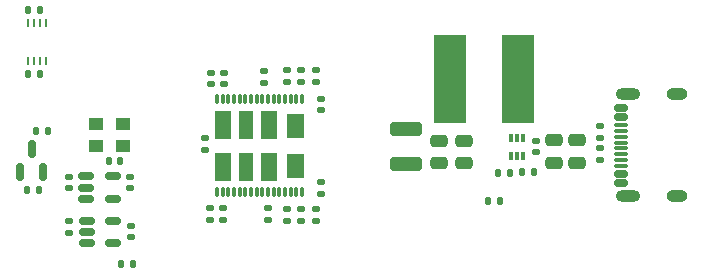
<source format=gtp>
G04 #@! TF.GenerationSoftware,KiCad,Pcbnew,8.0.1-8.0.1-1~ubuntu22.04.1*
G04 #@! TF.CreationDate,2024-09-10T20:50:46+02:00*
G04 #@! TF.ProjectId,NerdNOS,4e657264-4e4f-4532-9e6b-696361645f70,rev?*
G04 #@! TF.SameCoordinates,Original*
G04 #@! TF.FileFunction,Paste,Top*
G04 #@! TF.FilePolarity,Positive*
%FSLAX46Y46*%
G04 Gerber Fmt 4.6, Leading zero omitted, Abs format (unit mm)*
G04 Created by KiCad (PCBNEW 8.0.1-8.0.1-1~ubuntu22.04.1) date 2024-09-10 20:50:46*
%MOMM*%
%LPD*%
G01*
G04 APERTURE LIST*
G04 Aperture macros list*
%AMRoundRect*
0 Rectangle with rounded corners*
0 $1 Rounding radius*
0 $2 $3 $4 $5 $6 $7 $8 $9 X,Y pos of 4 corners*
0 Add a 4 corners polygon primitive as box body*
4,1,4,$2,$3,$4,$5,$6,$7,$8,$9,$2,$3,0*
0 Add four circle primitives for the rounded corners*
1,1,$1+$1,$2,$3*
1,1,$1+$1,$4,$5*
1,1,$1+$1,$6,$7*
1,1,$1+$1,$8,$9*
0 Add four rect primitives between the rounded corners*
20,1,$1+$1,$2,$3,$4,$5,0*
20,1,$1+$1,$4,$5,$6,$7,0*
20,1,$1+$1,$6,$7,$8,$9,0*
20,1,$1+$1,$8,$9,$2,$3,0*%
G04 Aperture macros list end*
%ADD10C,0.100000*%
%ADD11RoundRect,0.150000X-0.512500X-0.150000X0.512500X-0.150000X0.512500X0.150000X-0.512500X0.150000X0*%
%ADD12RoundRect,0.135000X0.185000X-0.135000X0.185000X0.135000X-0.185000X0.135000X-0.185000X-0.135000X0*%
%ADD13R,2.700000X7.500000*%
%ADD14RoundRect,0.140000X0.170000X-0.140000X0.170000X0.140000X-0.170000X0.140000X-0.170000X-0.140000X0*%
%ADD15RoundRect,0.140000X-0.170000X0.140000X-0.170000X-0.140000X0.170000X-0.140000X0.170000X0.140000X0*%
%ADD16RoundRect,0.250000X-0.475000X0.250000X-0.475000X-0.250000X0.475000X-0.250000X0.475000X0.250000X0*%
%ADD17RoundRect,0.140000X0.140000X0.170000X-0.140000X0.170000X-0.140000X-0.170000X0.140000X-0.170000X0*%
%ADD18RoundRect,0.150000X0.150000X-0.587500X0.150000X0.587500X-0.150000X0.587500X-0.150000X-0.587500X0*%
%ADD19RoundRect,0.135000X-0.185000X0.135000X-0.185000X-0.135000X0.185000X-0.135000X0.185000X0.135000X0*%
%ADD20RoundRect,0.150000X0.425000X-0.150000X0.425000X0.150000X-0.425000X0.150000X-0.425000X-0.150000X0*%
%ADD21RoundRect,0.075000X0.500000X-0.075000X0.500000X0.075000X-0.500000X0.075000X-0.500000X-0.075000X0*%
%ADD22O,2.100000X1.000000*%
%ADD23O,1.800000X1.000000*%
%ADD24RoundRect,0.135000X0.135000X0.185000X-0.135000X0.185000X-0.135000X-0.185000X0.135000X-0.185000X0*%
%ADD25R,1.300000X1.100000*%
%ADD26RoundRect,0.250000X-1.100000X0.325000X-1.100000X-0.325000X1.100000X-0.325000X1.100000X0.325000X0*%
%ADD27RoundRect,0.135000X-0.135000X-0.185000X0.135000X-0.185000X0.135000X0.185000X-0.135000X0.185000X0*%
%ADD28RoundRect,0.135000X-0.000010X0.295000X-0.000010X-0.295000X0.000010X-0.295000X0.000010X0.295000X0*%
%ADD29R,0.254000X0.762000*%
%ADD30RoundRect,0.075000X-0.075000X0.275000X-0.075000X-0.275000X0.075000X-0.275000X0.075000X0.275000X0*%
G04 APERTURE END LIST*
D10*
X101800000Y-63300000D02*
X100540000Y-63300000D01*
X100540000Y-65600000D01*
X101800000Y-65600000D01*
X101800000Y-63300000D01*
G36*
X101800000Y-63300000D02*
G01*
X100540000Y-63300000D01*
X100540000Y-65600000D01*
X101800000Y-65600000D01*
X101800000Y-63300000D01*
G37*
X101800000Y-66800000D02*
X100540000Y-66800000D01*
X100540000Y-69100000D01*
X101800000Y-69100000D01*
X101800000Y-66800000D01*
G36*
X101800000Y-66800000D02*
G01*
X100540000Y-66800000D01*
X100540000Y-69100000D01*
X101800000Y-69100000D01*
X101800000Y-66800000D01*
G37*
X103660000Y-66800000D02*
X102540000Y-66800000D01*
X102540000Y-69100000D01*
X103660000Y-69100000D01*
X103660000Y-66800000D01*
G36*
X103660000Y-66800000D02*
G01*
X102540000Y-66800000D01*
X102540000Y-69100000D01*
X103660000Y-69100000D01*
X103660000Y-66800000D01*
G37*
X103670000Y-63300000D02*
X102550000Y-63300000D01*
X102550000Y-65600000D01*
X103670000Y-65600000D01*
X103670000Y-63300000D01*
G36*
X103670000Y-63300000D02*
G01*
X102550000Y-63300000D01*
X102550000Y-65600000D01*
X103670000Y-65600000D01*
X103670000Y-63300000D01*
G37*
X105660000Y-63300000D02*
X104400000Y-63300000D01*
X104400000Y-65600000D01*
X105660000Y-65600000D01*
X105660000Y-63300000D01*
G36*
X105660000Y-63300000D02*
G01*
X104400000Y-63300000D01*
X104400000Y-65600000D01*
X105660000Y-65600000D01*
X105660000Y-63300000D01*
G37*
X105660000Y-66800000D02*
X104400000Y-66800000D01*
X104400000Y-69100000D01*
X105660000Y-69100000D01*
X105660000Y-66800000D01*
G36*
X105660000Y-66800000D02*
G01*
X104400000Y-66800000D01*
X104400000Y-69100000D01*
X105660000Y-69100000D01*
X105660000Y-66800000D01*
G37*
X108000000Y-65500000D02*
X106600000Y-65500000D01*
X106600000Y-63540000D01*
X108000000Y-63540000D01*
X108000000Y-65500000D01*
G36*
X108000000Y-65500000D02*
G01*
X106600000Y-65500000D01*
X106600000Y-63540000D01*
X108000000Y-63540000D01*
X108000000Y-65500000D01*
G37*
X108000000Y-68860000D02*
X106600000Y-68860000D01*
X106600000Y-66900000D01*
X108000000Y-66900000D01*
X108000000Y-68860000D01*
G36*
X108000000Y-68860000D02*
G01*
X106600000Y-68860000D01*
X106600000Y-66900000D01*
X108000000Y-66900000D01*
X108000000Y-68860000D01*
G37*
D11*
X89662500Y-72550001D03*
X89662500Y-73500000D03*
X89662500Y-74449999D03*
X91937500Y-74449999D03*
X91937500Y-72550001D03*
D12*
X133165000Y-65550000D03*
X133165000Y-64530000D03*
D13*
X126200000Y-60600000D03*
X120400000Y-60600000D03*
D14*
X100200000Y-60980000D03*
X100200000Y-60020000D03*
D15*
X109100000Y-59820000D03*
X109100000Y-60780000D03*
D16*
X121600000Y-65800000D03*
X121600000Y-67700000D03*
D17*
X85680000Y-54750400D03*
X84720000Y-54750400D03*
D18*
X84050000Y-68404999D03*
X85950000Y-68404999D03*
X85000000Y-66529999D03*
D15*
X106600000Y-59820000D03*
X106600000Y-60780000D03*
D19*
X133165000Y-66430000D03*
X133165000Y-67450000D03*
D15*
X88200000Y-72620000D03*
X88200000Y-73580000D03*
D19*
X105000000Y-71490001D03*
X105000000Y-72509999D03*
D20*
X134910000Y-69390000D03*
X134910000Y-68590000D03*
D21*
X134910000Y-67440000D03*
X134910000Y-66440000D03*
X134910000Y-65940000D03*
X134910000Y-64940000D03*
D20*
X134910000Y-62990000D03*
X134910000Y-63790000D03*
D21*
X134910000Y-64440000D03*
X134910000Y-65440000D03*
X134910000Y-66940000D03*
X134910000Y-67940000D03*
D22*
X135485000Y-70510000D03*
D23*
X139665000Y-70510000D03*
D22*
X135485000Y-61870000D03*
D23*
X139665000Y-61870000D03*
D15*
X106600000Y-71600000D03*
X106600000Y-72560000D03*
X100100000Y-71520000D03*
X100100000Y-72480000D03*
X107800000Y-71600000D03*
X107800000Y-72560000D03*
D24*
X93610000Y-76200000D03*
X92590000Y-76200000D03*
D15*
X107800000Y-59820000D03*
X107800000Y-60780000D03*
D16*
X131200000Y-65750000D03*
X131200000Y-67650000D03*
D25*
X90445000Y-66265000D03*
X92745000Y-66265000D03*
X92745000Y-64365000D03*
X90445000Y-64365000D03*
D16*
X129200000Y-65750000D03*
X129200000Y-67650000D03*
X119500000Y-65800000D03*
X119500000Y-67700000D03*
D17*
X92495000Y-67515000D03*
X91535000Y-67515000D03*
D26*
X116700000Y-64825000D03*
X116700000Y-67775000D03*
D15*
X93362500Y-68870001D03*
X93362500Y-69830001D03*
D17*
X85680000Y-60150400D03*
X84720000Y-60150400D03*
D14*
X101300000Y-60980000D03*
X101300000Y-60020000D03*
D27*
X85390000Y-65000000D03*
X86410000Y-65000000D03*
D24*
X125500000Y-68500000D03*
X124480000Y-68500000D03*
D28*
X107900000Y-62265400D03*
X107420000Y-62265400D03*
X106940000Y-62265400D03*
X106460000Y-62265400D03*
X105980000Y-62265400D03*
X105500000Y-62265400D03*
X105020000Y-62265400D03*
X104540000Y-62265400D03*
X104060000Y-62265400D03*
X103580000Y-62265400D03*
X103100000Y-62265400D03*
X102620000Y-62265400D03*
X102140000Y-62265400D03*
X101660000Y-62265400D03*
X101180000Y-62265400D03*
X100700000Y-62265400D03*
X100700000Y-70134600D03*
X101180000Y-70134600D03*
X101660000Y-70134600D03*
X102140000Y-70134600D03*
X102620000Y-70134600D03*
X103100000Y-70134600D03*
X103580000Y-70134600D03*
X104060000Y-70134600D03*
X104540000Y-70134600D03*
X105020000Y-70134600D03*
X105500000Y-70134600D03*
X105980000Y-70134600D03*
X106460000Y-70134600D03*
X106940000Y-70134600D03*
X107420000Y-70134600D03*
X107900000Y-70134600D03*
D29*
X86200252Y-55850400D03*
X85700126Y-55850400D03*
X85200000Y-55850400D03*
X84699874Y-55850400D03*
X84699874Y-59000000D03*
X85200000Y-59000000D03*
X85700126Y-59000000D03*
X86200252Y-59000000D03*
D15*
X88162500Y-68870001D03*
X88162500Y-69830001D03*
X93400000Y-73020000D03*
X93400000Y-73980000D03*
X109100000Y-71600000D03*
X109100000Y-72560000D03*
D19*
X104700000Y-59890000D03*
X104700000Y-60910000D03*
D15*
X109500000Y-69320000D03*
X109500000Y-70280000D03*
D19*
X99700000Y-65590000D03*
X99700000Y-66610000D03*
D11*
X89625000Y-68800002D03*
X89625000Y-69750001D03*
X89625000Y-70700000D03*
X91900000Y-70700000D03*
X91900000Y-68800002D03*
D24*
X127510000Y-68400000D03*
X126490000Y-68400000D03*
D15*
X109500000Y-62220000D03*
X109500000Y-63180000D03*
X101200000Y-71520000D03*
X101200000Y-72480000D03*
D30*
X126600000Y-65550000D03*
X126100000Y-65550000D03*
X125600000Y-65550000D03*
X125600000Y-67050000D03*
X126100000Y-67050000D03*
X126600000Y-67050000D03*
D15*
X127700000Y-65820000D03*
X127700000Y-66780000D03*
D24*
X85610000Y-69967499D03*
X84590000Y-69967499D03*
D27*
X123680000Y-70880000D03*
X124700000Y-70880000D03*
M02*

</source>
